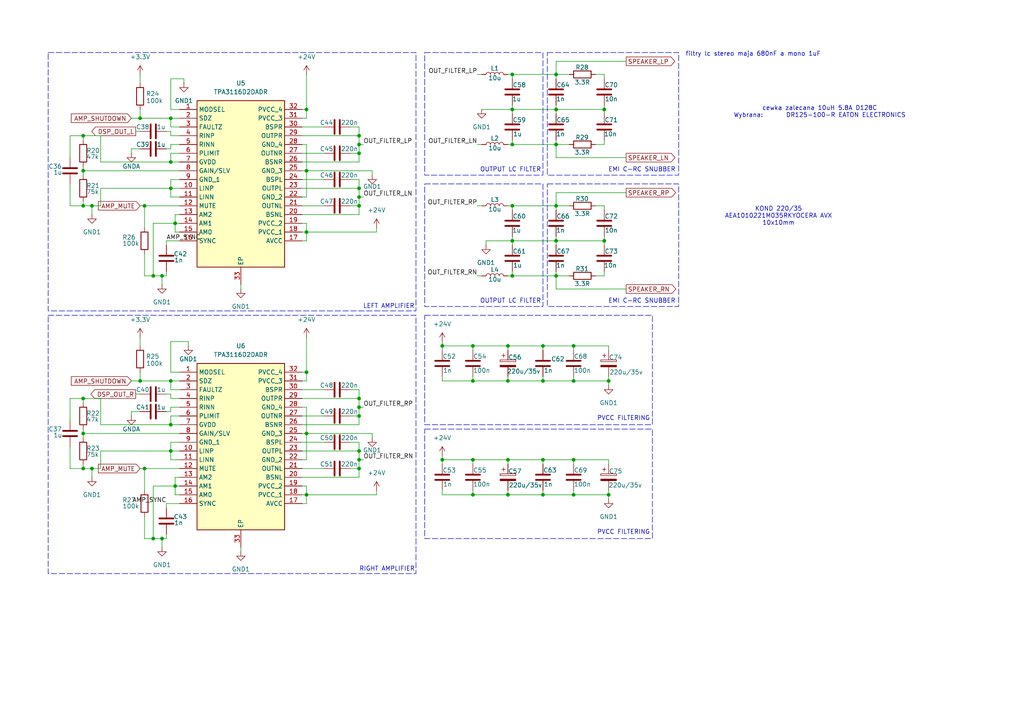
<source format=kicad_sch>
(kicad_sch (version 20231120) (generator "eeschema") (generator_version "8.0")
  (paper "A4")
  (lib_symbols
    (symbol "Device:C" (pin_numbers hide) (pin_names (offset 0.254))
      (property "Reference" "C" (at 0.635 2.54 0))
      (property "Value" "C" (at 0.635 -2.54 0))
      (symbol "C_0_1"
        (polyline (pts (xy -2.032 -0.762) (xy 2.032 -0.762)) (stroke (width 0.508)))
        (polyline (pts (xy -2.032 0.762) (xy 2.032 0.762)) (stroke (width 0.508)))
      )
      (symbol "C_1_1"
        (pin passive line (at 0 3.81 270) (length 2.794) (name "~") (number "1"))
        (pin passive line (at 0 -3.81 90) (length 2.794) (name "~") (number "2"))
      )
    )
    (symbol "Device:C_Polarized" (pin_numbers hide) (pin_names (offset 0.254))
      (property "Reference" "C" (at 0.635 2.54 0))
      (property "Value" "C_Polarized" (at 0.635 -2.54 0))
      (symbol "C_Polarized_0_1"
        (rectangle (start -2.286 0.508) (end 2.286 1.016))
        (polyline (pts (xy -1.778 2.286) (xy -0.762 2.286)))
        (polyline (pts (xy -1.27 2.794) (xy -1.27 1.778)))
        (rectangle (start 2.286 -0.508) (end -2.286 -1.016) (fill (type outline)))
      )
      (symbol "C_Polarized_1_1"
        (pin passive line (at 0 3.81 270) (length 2.794) (name "~") (number "1"))
        (pin passive line (at 0 -3.81 90) (length 2.794) (name "~") (number "2"))
      )
    )
    (symbol "Device:L" (pin_numbers hide) (pin_names (offset 1.016) hide)
      (property "Reference" "L" (at -1.27 0 90))
      (property "Value" "L" (at 1.905 0 90))
      (symbol "L_0_1"
        (arc (start 0 -2.54) (mid 0.6323 -1.905) (end 0 -1.27))
        (arc (start 0 -1.27) (mid 0.6323 -0.635) (end 0 0))
        (arc (start 0 0) (mid 0.6323 0.635) (end 0 1.27))
        (arc (start 0 1.27) (mid 0.6323 1.905) (end 0 2.54))
      )
      (symbol "L_1_1"
        (pin passive line (at 0 3.81 270) (length 1.27) (name "1") (number "1"))
        (pin passive line (at 0 -3.81 90) (length 1.27) (name "2") (number "2"))
      )
    )
    (symbol "Device:R" (pin_numbers hide) (pin_names (offset 0))
      (property "Reference" "R" (at 2.032 0 90))
      (property "Value" "R" (at 0 0 90))
      (symbol "R_0_1"
        (rectangle (start -1.016 -2.54) (end 1.016 2.54) (stroke (width 0.254)))
      )
      (symbol "R_1_1"
        (pin passive line (at 0 3.81 270) (length 1.27) (name "~") (number "1"))
        (pin passive line (at 0 -3.81 90) (length 1.27) (name "~") (number "2"))
      )
    )
    (symbol "TPA3116D2DADR:TPA3116D2DADR"
      (property "Reference" "IC" (at 31.75 7.62 0))
      (property "Value" "TPA3116D2DADR" (at 31.75 5.08 0))
      (symbol "TPA3116D2DADR_1_1"
        (rectangle (start 5.08 2.54) (end 30.48 -45.72) (stroke (width 0.254)) (fill (type background)))
        (pin passive line (at 0 0 0) (length 5.08) (name "MODSEL") (number "1"))
        (pin passive line (at 0 -22.86 0) (length 5.08) (name "LINP") (number "10"))
        (pin passive line (at 0 -25.4 0) (length 5.08) (name "LINN") (number "11"))
        (pin passive line (at 0 -27.94 0) (length 5.08) (name "MUTE") (number "12"))
        (pin passive line (at 0 -30.48 0) (length 5.08) (name "AM2") (number "13"))
        (pin passive line (at 0 -33.02 0) (length 5.08) (name "AM1") (number "14"))
        (pin passive line (at 0 -35.56 0) (length 5.08) (name "AM0") (number "15"))
        (pin passive line (at 0 -38.1 0) (length 5.08) (name "SYNC") (number "16"))
        (pin passive line (at 35.56 -38.1 180) (length 5.08) (name "AVCC") (number "17"))
        (pin passive line (at 35.56 -35.56 180) (length 5.08) (name "PVCC_1") (number "18"))
        (pin passive line (at 35.56 -33.02 180) (length 5.08) (name "PVCC_2") (number "19"))
        (pin passive line (at 0 -2.54 0) (length 5.08) (name "SDZ") (number "2"))
        (pin passive line (at 35.56 -30.48 180) (length 5.08) (name "BSNL") (number "20"))
        (pin passive line (at 35.56 -27.94 180) (length 5.08) (name "OUTNL") (number "21"))
        (pin passive line (at 35.56 -25.4 180) (length 5.08) (name "GND_2") (number "22"))
        (pin passive line (at 35.56 -22.86 180) (length 5.08) (name "OUTPL") (number "23"))
        (pin passive line (at 35.56 -20.32 180) (length 5.08) (name "BSPL") (number "24"))
        (pin passive line (at 35.56 -17.78 180) (length 5.08) (name "GND_3") (number "25"))
        (pin passive line (at 35.56 -15.24 180) (length 5.08) (name "BSNR") (number "26"))
        (pin passive line (at 35.56 -12.7 180) (length 5.08) (name "OUTNR") (number "27"))
        (pin passive line (at 35.56 -10.16 180) (length 5.08) (name "GND_4") (number "28"))
        (pin passive line (at 35.56 -7.62 180) (length 5.08) (name "OUTPR") (number "29"))
        (pin passive line (at 0 -5.08 0) (length 5.08) (name "FAULTZ") (number "3"))
        (pin passive line (at 35.56 -5.08 180) (length 5.08) (name "BSPR") (number "30"))
        (pin passive line (at 35.56 -2.54 180) (length 5.08) (name "PVCC_3") (number "31"))
        (pin passive line (at 35.56 0 180) (length 5.08) (name "PVCC_4") (number "32"))
        (pin passive line (at 17.78 -50.8 90) (length 5.08) (name "EP") (number "33"))
        (pin passive line (at 0 -7.62 0) (length 5.08) (name "RINP") (number "4"))
        (pin passive line (at 0 -10.16 0) (length 5.08) (name "RINN") (number "5"))
        (pin passive line (at 0 -12.7 0) (length 5.08) (name "PLIMIT") (number "6"))
        (pin passive line (at 0 -15.24 0) (length 5.08) (name "GVDD") (number "7"))
        (pin passive line (at 0 -17.78 0) (length 5.08) (name "GAIN/SLV") (number "8"))
        (pin passive line (at 0 -20.32 0) (length 5.08) (name "GND_1") (number "9"))
      )
    )
    (symbol "power:+24V" (power) (pin_numbers hide) (pin_names (offset 0) hide)
      (property "Value" "+24V" (at 0 3.556 0))
      (symbol "+24V_0_1"
        (polyline (pts (xy -0.762 1.27) (xy 0 2.54)))
        (polyline (pts (xy 0 0) (xy 0 2.54)))
        (polyline (pts (xy 0 2.54) (xy 0.762 1.27)))
      )
      (symbol "+24V_1_1"
        (pin power_in line (at 0 0 90) (length 0) (name "~") (number "1"))
      )
    )
    (symbol "power:+3.3V" (power) (pin_numbers hide) (pin_names (offset 0) hide)
      (property "Value" "+3.3V" (at 0 3.556 0))
      (symbol "+3.3V_0_1"
        (polyline (pts (xy -0.762 1.27) (xy 0 2.54)))
        (polyline (pts (xy 0 0) (xy 0 2.54)))
        (polyline (pts (xy 0 2.54) (xy 0.762 1.27)))
      )
      (symbol "+3.3V_1_1"
        (pin power_in line (at 0 0 90) (length 0) (name "~") (number "1"))
      )
    )
    (symbol "power:GND1" (power) (pin_numbers hide) (pin_names (offset 0) hide)
      (property "Value" "GND1" (at 0 -3.81 0))
      (symbol "GND1_0_1"
        (polyline (pts (xy 0 0) (xy 0 -1.27) (xy 1.27 -1.27) (xy 0 -2.54) (xy -1.27 -1.27) (xy 0 -1.27)))
      )
      (symbol "GND1_1_1"
        (pin power_in line (at 0 0 270) (length 0) (name "~") (number "1"))
      )
    )
    (symbol "power:GNDA" (power) (pin_numbers hide) (pin_names (offset 0) hide)
      (property "Value" "GNDA" (at 0 -3.81 0))
      (symbol "GNDA_0_1"
        (polyline (pts (xy 0 0) (xy 0 -1.27) (xy 1.27 -1.27) (xy 0 -2.54) (xy -1.27 -1.27) (xy 0 -1.27)))
      )
      (symbol "GNDA_1_1"
        (pin power_in line (at 0 0 270) (length 0) (name "~") (number "1"))
      )
    )
  )
  (junction (at 176.53 143.51))
  (junction (at 24.13 49.53))
  (junction (at 128.27 100.33))
  (junction (at 161.29 80.01))
  (junction (at 157.48 133.35))
  (junction (at 161.29 59.69))
  (junction (at 147.32 143.51))
  (junction (at 148.59 69.85))
  (junction (at 88.9 107.95))
  (junction (at 88.9 31.75))
  (junction (at 104.14 41.91))
  (junction (at 166.37 133.35))
  (junction (at 104.14 120.65))
  (junction (at 148.59 80.01))
  (junction (at 46.99 156.21))
  (junction (at 166.37 143.51))
  (junction (at 44.45 156.21))
  (junction (at 104.14 115.57))
  (junction (at 50.8 140.97))
  (junction (at 88.9 49.53))
  (junction (at 128.27 133.35))
  (junction (at 104.14 39.37))
  (junction (at 137.16 133.35))
  (junction (at 46.99 80.01))
  (junction (at 49.53 110.49))
  (junction (at 49.53 123.19))
  (junction (at 137.16 143.51))
  (junction (at 148.59 21.59))
  (junction (at 161.29 31.75))
  (junction (at 88.9 125.73))
  (junction (at 24.13 59.69))
  (junction (at 49.53 34.29))
  (junction (at 175.26 69.85))
  (junction (at 40.64 34.29))
  (junction (at 104.14 44.45))
  (junction (at 161.29 41.91))
  (junction (at 104.14 59.69))
  (junction (at 24.13 39.37))
  (junction (at 49.53 54.61))
  (junction (at 104.14 54.61))
  (junction (at 88.9 143.51))
  (junction (at 24.13 125.73))
  (junction (at 175.26 31.75))
  (junction (at 157.48 100.33))
  (junction (at 148.59 59.69))
  (junction (at 49.53 46.99))
  (junction (at 26.67 135.89))
  (junction (at 49.53 130.81))
  (junction (at 176.53 110.49))
  (junction (at 26.67 59.69))
  (junction (at 41.91 135.89))
  (junction (at 41.91 59.69))
  (junction (at 148.59 41.91))
  (junction (at 137.16 110.49))
  (junction (at 104.14 133.35))
  (junction (at 161.29 21.59))
  (junction (at 166.37 110.49))
  (junction (at 104.14 130.81))
  (junction (at 44.45 80.01))
  (junction (at 147.32 110.49))
  (junction (at 161.29 69.85))
  (junction (at 24.13 135.89))
  (junction (at 147.32 133.35))
  (junction (at 104.14 118.11))
  (junction (at 88.9 67.31))
  (junction (at 40.64 110.49))
  (junction (at 24.13 115.57))
  (junction (at 50.8 64.77))
  (junction (at 157.48 143.51))
  (junction (at 104.14 135.89))
  (junction (at 137.16 100.33))
  (junction (at 104.14 57.15))
  (junction (at 148.59 31.75))
  (junction (at 157.48 110.49))
  (junction (at 147.32 100.33))
  (junction (at 166.37 100.33))
  (wire (pts (xy 24.13 49.53) (xy 52.07 49.53)))
  (wire (pts (xy 52.07 44.45) (xy 49.53 44.45)))
  (wire (pts (xy 128.27 110.49) (xy 137.16 110.49)))
  (wire (pts (xy 49.53 46.99) (xy 52.07 46.99)))
  (wire (pts (xy 49.53 115.57) (xy 52.07 115.57)))
  (wire (pts (xy 48.26 146.05) (xy 48.26 147.32)))
  (wire (pts (xy 147.32 100.33) (xy 157.48 100.33)))
  (wire (pts (xy 161.29 59.69) (xy 161.29 60.96)))
  (wire (pts (xy 176.53 111.76) (xy 176.53 110.49)))
  (wire (pts (xy 88.9 49.53) (xy 87.63 49.53)))
  (wire (pts (xy 49.53 119.38) (xy 49.53 118.11)))
  (wire (pts (xy 161.29 40.64) (xy 161.29 41.91)))
  (wire (pts (xy 138.43 41.91) (xy 139.7 41.91)))
  (wire (pts (xy 49.53 133.35) (xy 52.07 133.35)))
  (wire (pts (xy 52.07 128.27) (xy 49.53 128.27)))
  (wire (pts (xy 147.32 143.51) (xy 157.48 143.51)))
  (wire (pts (xy 88.9 64.77) (xy 88.9 67.31)))
  (wire (pts (xy 161.29 31.75) (xy 161.29 33.02)))
  (wire (pts (xy 39.37 114.3) (xy 40.64 114.3)))
  (wire (pts (xy 38.1 44.45) (xy 38.1 43.18)))
  (wire (pts (xy 87.63 118.11) (xy 88.9 118.11)))
  (wire (pts (xy 52.07 120.65) (xy 49.53 120.65)))
  (wire (pts (xy 148.59 69.85) (xy 161.29 69.85)))
  (wire (pts (xy 40.64 97.79) (xy 40.64 100.33)))
  (wire (pts (xy 148.59 22.86) (xy 148.59 21.59)))
  (wire (pts (xy 40.64 34.29) (xy 49.53 34.29)))
  (wire (pts (xy 147.32 109.22) (xy 147.32 110.49)))
  (wire (pts (xy 161.29 30.48) (xy 161.29 31.75)))
  (wire (pts (xy 109.22 67.31) (xy 88.9 67.31)))
  (wire (pts (xy 87.63 133.35) (xy 88.9 133.35)))
  (wire (pts (xy 175.26 30.48) (xy 175.26 31.75)))
  (wire (pts (xy 87.63 135.89) (xy 93.98 135.89)))
  (wire (pts (xy 107.95 49.53) (xy 107.95 50.8)))
  (wire (pts (xy 52.07 143.51) (xy 50.8 143.51)))
  (wire (pts (xy 49.53 57.15) (xy 52.07 57.15)))
  (wire (pts (xy 38.1 119.38) (xy 40.64 119.38)))
  (wire (pts (xy 161.29 69.85) (xy 161.29 71.12)))
  (wire (pts (xy 148.59 30.48) (xy 148.59 31.75)))
  (wire (pts (xy 181.61 17.78) (xy 161.29 17.78)))
  (wire (pts (xy 40.64 59.69) (xy 41.91 59.69)))
  (wire (pts (xy 87.63 123.19) (xy 104.14 123.19)))
  (wire (pts (xy 161.29 21.59) (xy 161.29 17.78)))
  (wire (pts (xy 128.27 142.24) (xy 128.27 143.51)))
  (wire (pts (xy 88.9 125.73) (xy 87.63 125.73)))
  (wire (pts (xy 104.14 133.35) (xy 104.14 135.89)))
  (wire (pts (xy 104.14 46.99) (xy 104.14 44.45)))
  (wire (pts (xy 104.14 115.57) (xy 104.14 113.03)))
  (wire (pts (xy 20.32 53.34) (xy 20.32 59.69)))
  (wire (pts (xy 24.13 124.46) (xy 24.13 125.73)))
  (wire (pts (xy 49.53 120.65) (xy 49.53 123.19)))
  (wire (pts (xy 104.14 113.03) (xy 101.6 113.03)))
  (wire (pts (xy 104.14 41.91) (xy 104.14 44.45)))
  (wire (pts (xy 176.53 109.22) (xy 176.53 110.49)))
  (wire (pts (xy 53.34 22.86) (xy 49.53 22.86)))
  (wire (pts (xy 138.43 59.69) (xy 139.7 59.69)))
  (wire (pts (xy 87.63 128.27) (xy 93.98 128.27)))
  (wire (pts (xy 148.59 21.59) (xy 147.32 21.59)))
  (wire (pts (xy 20.32 115.57) (xy 24.13 115.57)))
  (wire (pts (xy 87.63 138.43) (xy 104.14 138.43)))
  (wire (pts (xy 161.29 31.75) (xy 175.26 31.75)))
  (wire (pts (xy 49.53 107.95) (xy 52.07 107.95)))
  (wire (pts (xy 29.21 54.61) (xy 29.21 59.69)))
  (wire (pts (xy 147.32 133.35) (xy 157.48 133.35)))
  (wire (pts (xy 128.27 132.08) (xy 128.27 133.35)))
  (wire (pts (xy 20.32 129.54) (xy 20.32 135.89)))
  (wire (pts (xy 49.53 128.27) (xy 49.53 130.81)))
  (wire (pts (xy 140.97 69.85) (xy 140.97 71.12)))
  (wire (pts (xy 161.29 78.74) (xy 161.29 80.01)))
  (wire (pts (xy 49.53 110.49) (xy 49.53 113.03)))
  (wire (pts (xy 166.37 133.35) (xy 176.53 133.35)))
  (wire (pts (xy 88.9 69.85) (xy 87.63 69.85)))
  (wire (pts (xy 161.29 68.58) (xy 161.29 69.85)))
  (wire (pts (xy 24.13 135.89) (xy 26.67 135.89)))
  (wire (pts (xy 157.48 143.51) (xy 166.37 143.51)))
  (wire (pts (xy 148.59 21.59) (xy 161.29 21.59)))
  (wire (pts (xy 166.37 100.33) (xy 166.37 101.6)))
  (wire (pts (xy 104.14 41.91) (xy 105.41 41.91)))
  (wire (pts (xy 29.21 123.19) (xy 29.21 115.57)))
  (wire (pts (xy 26.67 59.69) (xy 26.67 62.23)))
  (wire (pts (xy 46.99 82.55) (xy 46.99 80.01)))
  (wire (pts (xy 88.9 110.49) (xy 87.63 110.49)))
  (wire (pts (xy 148.59 60.96) (xy 148.59 59.69)))
  (wire (pts (xy 38.1 120.65) (xy 38.1 119.38)))
  (wire (pts (xy 87.63 115.57) (xy 104.14 115.57)))
  (wire (pts (xy 88.9 49.53) (xy 107.95 49.53)))
  (wire (pts (xy 52.07 110.49) (xy 49.53 110.49)))
  (wire (pts (xy 138.43 21.59) (xy 139.7 21.59)))
  (wire (pts (xy 49.53 54.61) (xy 49.53 57.15)))
  (wire (pts (xy 87.63 67.31) (xy 88.9 67.31)))
  (wire (pts (xy 20.32 59.69) (xy 24.13 59.69)))
  (wire (pts (xy 137.16 100.33) (xy 137.16 101.6)))
  (wire (pts (xy 44.45 80.01) (xy 46.99 80.01)))
  (wire (pts (xy 104.14 115.57) (xy 104.14 118.11)))
  (wire (pts (xy 88.9 146.05) (xy 87.63 146.05)))
  (wire (pts (xy 148.59 31.75) (xy 148.59 33.02)))
  (wire (pts (xy 24.13 59.69) (xy 24.13 58.42)))
  (wire (pts (xy 161.29 21.59) (xy 165.1 21.59)))
  (wire (pts (xy 181.61 83.82) (xy 161.29 83.82)))
  (wire (pts (xy 161.29 21.59) (xy 161.29 22.86)))
  (wire (pts (xy 52.07 138.43) (xy 50.8 138.43)))
  (wire (pts (xy 109.22 67.31) (xy 109.22 66.04)))
  (wire (pts (xy 49.53 39.37) (xy 52.07 39.37)))
  (wire (pts (xy 88.9 97.79) (xy 88.9 107.95)))
  (wire (pts (xy 40.64 31.75) (xy 40.64 34.29)))
  (wire (pts (xy 104.14 54.61) (xy 104.14 57.15)))
  (wire (pts (xy 49.53 113.03) (xy 52.07 113.03)))
  (wire (pts (xy 140.97 69.85) (xy 148.59 69.85)))
  (wire (pts (xy 49.53 31.75) (xy 52.07 31.75)))
  (wire (pts (xy 26.67 59.69) (xy 29.21 59.69)))
  (wire (pts (xy 161.29 45.72) (xy 161.29 41.91)))
  (wire (pts (xy 87.63 62.23) (xy 104.14 62.23)))
  (wire (pts (xy 48.26 154.94) (xy 48.26 156.21)))
  (wire (pts (xy 157.48 133.35) (xy 166.37 133.35)))
  (wire (pts (xy 24.13 39.37) (xy 29.21 39.37)))
  (wire (pts (xy 147.32 100.33) (xy 147.32 101.6)))
  (wire (pts (xy 87.63 140.97) (xy 88.9 140.97)))
  (wire (pts (xy 88.9 67.31) (xy 88.9 69.85)))
  (wire (pts (xy 101.6 135.89) (xy 104.14 135.89)))
  (wire (pts (xy 50.8 140.97) (xy 44.45 140.97)))
  (wire (pts (xy 104.14 130.81) (xy 104.14 128.27)))
  (wire (pts (xy 161.29 41.91) (xy 165.1 41.91)))
  (wire (pts (xy 41.91 135.89) (xy 52.07 135.89)))
  (wire (pts (xy 87.63 44.45) (xy 93.98 44.45)))
  (wire (pts (xy 157.48 100.33) (xy 157.48 101.6)))
  (wire (pts (xy 88.9 143.51) (xy 88.9 146.05)))
  (wire (pts (xy 148.59 59.69) (xy 161.29 59.69)))
  (wire (pts (xy 157.48 133.35) (xy 157.48 134.62)))
  (wire (pts (xy 172.72 80.01) (xy 175.26 80.01)))
  (wire (pts (xy 107.95 125.73) (xy 107.95 127)))
  (wire (pts (xy 88.9 110.49) (xy 88.9 107.95)))
  (wire (pts (xy 41.91 80.01) (xy 44.45 80.01)))
  (wire (pts (xy 88.9 125.73) (xy 107.95 125.73)))
  (wire (pts (xy 104.14 62.23) (xy 104.14 59.69)))
  (wire (pts (xy 175.26 68.58) (xy 175.26 69.85)))
  (wire (pts (xy 24.13 39.37) (xy 24.13 40.64)))
  (wire (pts (xy 175.26 40.64) (xy 175.26 41.91)))
  (wire (pts (xy 172.72 41.91) (xy 175.26 41.91)))
  (wire (pts (xy 128.27 99.06) (xy 128.27 100.33)))
  (wire (pts (xy 52.07 41.91) (xy 49.53 41.91)))
  (wire (pts (xy 109.22 143.51) (xy 109.22 142.24)))
  (wire (pts (xy 161.29 83.82) (xy 161.29 80.01)))
  (wire (pts (xy 20.32 121.92) (xy 20.32 115.57)))
  (wire (pts (xy 40.64 21.59) (xy 40.64 24.13)))
  (wire (pts (xy 88.9 41.91) (xy 88.9 49.53)))
  (wire (pts (xy 88.9 140.97) (xy 88.9 143.51)))
  (wire (pts (xy 137.16 110.49) (xy 147.32 110.49)))
  (wire (pts (xy 26.67 135.89) (xy 26.67 138.43)))
  (wire (pts (xy 87.63 120.65) (xy 93.98 120.65)))
  (wire (pts (xy 88.9 21.59) (xy 88.9 31.75)))
  (wire (pts (xy 41.91 149.86) (xy 41.91 156.21)))
  (wire (pts (xy 38.1 34.29) (xy 40.64 34.29)))
  (wire (pts (xy 139.7 31.75) (xy 148.59 31.75)))
  (wire (pts (xy 137.16 133.35) (xy 137.16 134.62)))
  (wire (pts (xy 104.14 36.83) (xy 101.6 36.83)))
  (wire (pts (xy 50.8 64.77) (xy 52.07 64.77)))
  (wire (pts (xy 148.59 68.58) (xy 148.59 69.85)))
  (wire (pts (xy 49.53 130.81) (xy 52.07 130.81)))
  (wire (pts (xy 87.63 41.91) (xy 88.9 41.91)))
  (wire (pts (xy 44.45 156.21) (xy 46.99 156.21)))
  (wire (pts (xy 128.27 100.33) (xy 137.16 100.33)))
  (wire (pts (xy 29.21 130.81) (xy 29.21 135.89)))
  (wire (pts (xy 148.59 78.74) (xy 148.59 80.01)))
  (wire (pts (xy 24.13 115.57) (xy 29.21 115.57)))
  (wire (pts (xy 40.64 110.49) (xy 49.53 110.49)))
  (wire (pts (xy 87.63 31.75) (xy 88.9 31.75)))
  (wire (pts (xy 49.53 52.07) (xy 49.53 54.61)))
  (wire (pts (xy 49.53 123.19) (xy 52.07 123.19)))
  (wire (pts (xy 181.61 55.88) (xy 161.29 55.88)))
  (wire (pts (xy 87.63 107.95) (xy 88.9 107.95)))
  (wire (pts (xy 148.59 31.75) (xy 161.29 31.75)))
  (wire (pts (xy 166.37 109.22) (xy 166.37 110.49)))
  (wire (pts (xy 87.63 39.37) (xy 104.14 39.37)))
  (wire (pts (xy 147.32 142.24) (xy 147.32 143.51)))
  (wire (pts (xy 49.53 130.81) (xy 49.53 133.35)))
  (wire (pts (xy 104.14 54.61) (xy 104.14 52.07)))
  (wire (pts (xy 87.63 36.83) (xy 93.98 36.83)))
  (wire (pts (xy 40.64 135.89) (xy 41.91 135.89)))
  (wire (pts (xy 166.37 100.33) (xy 176.53 100.33)))
  (wire (pts (xy 104.14 57.15) (xy 105.41 57.15)))
  (wire (pts (xy 104.14 123.19) (xy 104.14 120.65)))
  (wire (pts (xy 50.8 64.77) (xy 44.45 64.77)))
  (wire (pts (xy 29.21 123.19) (xy 49.53 123.19)))
  (wire (pts (xy 49.53 36.83) (xy 52.07 36.83)))
  (wire (pts (xy 128.27 100.33) (xy 128.27 101.6)))
  (wire (pts (xy 29.21 46.99) (xy 29.21 39.37)))
  (wire (pts (xy 148.59 59.69) (xy 147.32 59.69)))
  (wire (pts (xy 87.63 59.69) (xy 93.98 59.69)))
  (wire (pts (xy 87.63 54.61) (xy 104.14 54.61)))
  (wire (pts (xy 147.32 133.35) (xy 147.32 134.62)))
  (wire (pts (xy 52.07 118.11) (xy 49.53 118.11)))
  (wire (pts (xy 41.91 59.69) (xy 41.91 66.04)))
  (wire (pts (xy 88.9 34.29) (xy 88.9 31.75)))
  (wire (pts (xy 54.61 99.06) (xy 54.61 100.33)))
  (wire (pts (xy 176.53 100.33) (xy 176.53 101.6)))
  (wire (pts (xy 148.59 80.01) (xy 147.32 80.01)))
  (wire (pts (xy 175.26 21.59) (xy 175.26 22.86)))
  (wire (pts (xy 52.07 62.23) (xy 50.8 62.23)))
  (wire (pts (xy 41.91 59.69) (xy 52.07 59.69)))
  (wire (pts (xy 52.07 67.31) (xy 50.8 67.31)))
  (wire (pts (xy 50.8 140.97) (xy 50.8 143.51)))
  (wire (pts (xy 104.14 130.81) (xy 104.14 133.35)))
  (wire (pts (xy 157.48 142.24) (xy 157.48 143.51)))
  (wire (pts (xy 20.32 135.89) (xy 24.13 135.89)))
  (wire (pts (xy 157.48 100.33) (xy 166.37 100.33)))
  (wire (pts (xy 166.37 133.35) (xy 166.37 134.62)))
  (wire (pts (xy 52.07 69.85) (xy 48.26 69.85)))
  (wire (pts (xy 172.72 21.59) (xy 175.26 21.59)))
  (wire (pts (xy 138.43 80.01) (xy 139.7 80.01)))
  (wire (pts (xy 148.59 80.01) (xy 161.29 80.01)))
  (wire (pts (xy 87.63 64.77) (xy 88.9 64.77)))
  (wire (pts (xy 39.37 38.1) (xy 40.64 38.1)))
  (wire (pts (xy 128.27 143.51) (xy 137.16 143.51)))
  (wire (pts (xy 50.8 140.97) (xy 52.07 140.97)))
  (wire (pts (xy 175.26 31.75) (xy 175.26 33.02)))
  (wire (pts (xy 29.21 46.99) (xy 49.53 46.99)))
  (wire (pts (xy 20.32 45.72) (xy 20.32 39.37)))
  (wire (pts (xy 109.22 143.51) (xy 88.9 143.51)))
  (wire (pts (xy 101.6 59.69) (xy 104.14 59.69)))
  (wire (pts (xy 87.63 113.03) (xy 93.98 113.03)))
  (wire (pts (xy 128.27 133.35) (xy 137.16 133.35)))
  (wire (pts (xy 20.32 39.37) (xy 24.13 39.37)))
  (wire (pts (xy 49.53 34.29) (xy 49.53 36.83)))
  (wire (pts (xy 69.85 158.75) (xy 69.85 160.02)))
  (wire (pts (xy 24.13 59.69) (xy 26.67 59.69)))
  (wire (pts (xy 48.26 78.74) (xy 48.26 80.01)))
  (wire (pts (xy 53.34 22.86) (xy 53.34 24.13)))
  (wire (pts (xy 46.99 156.21) (xy 48.26 156.21)))
  (wire (pts (xy 49.53 44.45) (xy 49.53 46.99)))
  (wire (pts (xy 101.6 44.45) (xy 104.14 44.45)))
  (wire (pts (xy 48.26 43.18) (xy 49.53 43.18)))
  (wire (pts (xy 29.21 130.81) (xy 49.53 130.81)))
  (wire (pts (xy 157.48 110.49) (xy 166.37 110.49)))
  (wire (pts (xy 128.27 109.22) (xy 128.27 110.49)))
  (wire (pts (xy 137.16 100.33) (xy 147.32 100.33)))
  (wire (pts (xy 148.59 40.64) (xy 148.59 41.91)))
  (wire (pts (xy 87.63 52.07) (xy 93.98 52.07)))
  (wire (pts (xy 104.14 118.11) (xy 104.14 120.65)))
  (wire (pts (xy 46.99 158.75) (xy 46.99 156.21)))
  (wire (pts (xy 176.53 133.35) (xy 176.53 134.62)))
  (wire (pts (xy 52.07 34.29) (xy 49.53 34.29)))
  (wire (pts (xy 41.91 156.21) (xy 44.45 156.21)))
  (wire (pts (xy 104.14 39.37) (xy 104.14 36.83)))
  (wire (pts (xy 128.27 133.35) (xy 128.27 134.62)))
  (wire (pts (xy 29.21 54.61) (xy 49.53 54.61)))
  (wire (pts (xy 48.26 38.1) (xy 49.53 38.1)))
  (wire (pts (xy 101.6 120.65) (xy 104.14 120.65)))
  (wire (pts (xy 48.26 69.85) (xy 48.26 71.12)))
  (wire (pts (xy 161.29 69.85) (xy 175.26 69.85)))
  (wire (pts (xy 161.29 80.01) (xy 165.1 80.01)))
  (wire (pts (xy 48.26 114.3) (xy 49.53 114.3)))
  (wire (pts (xy 137.16 143.51) (xy 147.32 143.51)))
  (wire (pts (xy 49.53 99.06) (xy 49.53 107.95)))
  (wire (pts (xy 50.8 62.23) (xy 50.8 64.77)))
  (wire (pts (xy 166.37 143.51) (xy 176.53 143.51)))
  (wire (pts (xy 52.07 52.07) (xy 49.53 52.07)))
  (wire (pts (xy 148.59 41.91) (xy 147.32 41.91)))
  (wire (pts (xy 24.13 125.73) (xy 52.07 125.73)))
  (wire (pts (xy 38.1 110.49) (xy 40.64 110.49)))
  (wire (pts (xy 41.91 135.89) (xy 41.91 142.24)))
  (wire (pts (xy 44.45 140.97) (xy 44.45 156.21)))
  (wire (pts (xy 88.9 49.53) (xy 88.9 57.15)))
  (wire (pts (xy 104.14 52.07) (xy 101.6 52.07)))
  (wire (pts (xy 161.29 59.69) (xy 161.29 55.88)))
  (wire (pts (xy 104.14 133.35) (xy 105.41 133.35)))
  (wire (pts (xy 137.16 109.22) (xy 137.16 110.49)))
  (wire (pts (xy 87.63 57.15) (xy 88.9 57.15)))
  (wire (pts (xy 40.64 107.95) (xy 40.64 110.49)))
  (wire (pts (xy 157.48 109.22) (xy 157.48 110.49)))
  (wire (pts (xy 175.26 69.85) (xy 175.26 71.12)))
  (wire (pts (xy 104.14 39.37) (xy 104.14 41.91)))
  (wire (pts (xy 104.14 57.15) (xy 104.14 59.69)))
  (wire (pts (xy 49.53 54.61) (xy 52.07 54.61)))
  (wire (pts (xy 49.53 38.1) (xy 49.53 39.37)))
  (wire (pts (xy 181.61 45.72) (xy 161.29 45.72)))
  (wire (pts (xy 38.1 43.18) (xy 40.64 43.18)))
  (wire (pts (xy 87.63 130.81) (xy 104.14 130.81)))
  (wire (pts (xy 166.37 110.49) (xy 176.53 110.49)))
  (wire (pts (xy 161.29 59.69) (xy 165.1 59.69)))
  (wire (pts (xy 175.26 59.69) (xy 175.26 60.96)))
  (wire (pts (xy 24.13 135.89) (xy 24.13 134.62)))
  (wire (pts (xy 147.32 110.49) (xy 157.48 110.49)))
  (wire (pts (xy 50.8 138.43) (xy 50.8 140.97)))
  (wire (pts (xy 148.59 41.91) (xy 161.29 41.91)))
  (wire (pts (xy 48.26 119.38) (xy 49.53 119.38)))
  (wire (pts (xy 54.61 99.06) (xy 49.53 99.06)))
  (wire (pts (xy 24.13 115.57) (xy 24.13 116.84)))
  (wire (pts (xy 88.9 118.11) (xy 88.9 125.73)))
  (wire (pts (xy 88.9 34.29) (xy 87.63 34.29)))
  (wire (pts (xy 24.13 49.53) (xy 24.13 50.8)))
  (wire (pts (xy 172.72 59.69) (xy 175.26 59.69)))
  (wire (pts (xy 87.63 143.51) (xy 88.9 143.51)))
  (wire (pts (xy 24.13 125.73) (xy 24.13 127)))
  (wire (pts (xy 49.53 43.18) (xy 49.53 41.91)))
  (wire (pts (xy 87.63 46.99) (xy 104.14 46.99)))
  (wire (pts (xy 88.9 125.73) (xy 88.9 133.35)))
  (wire (pts (xy 176.53 144.78) (xy 176.53 143.51)))
  (wire (pts (xy 24.13 48.26) (xy 24.13 49.53)))
  (wire (pts (xy 137.16 142.24) (xy 137.16 143.51)))
  (wire (pts (xy 176.53 142.24) (xy 176.53 143.51)))
  (wire (pts (xy 49.53 22.86) (xy 49.53 31.75)))
  (wire (pts (xy 104.14 138.43) (xy 104.14 135.89)))
  (wire (pts (xy 49.53 114.3) (xy 49.53 115.57)))
  (wire (pts (xy 52.07 146.05) (xy 48.26 146.05)))
  (wire (pts (xy 41.91 73.66) (xy 41.91 80.01)))
  (wire (pts (xy 69.85 82.55) (xy 69.85 83.82)))
  (wire (pts (xy 46.99 80.01) (xy 48.26 80.01)))
  (wire (pts (xy 137.16 133.35) (xy 147.32 133.35)))
  (wire (pts (xy 175.26 78.74) (xy 175.26 80.01)))
  (wire (pts (xy 104.14 118.11) (xy 105.41 118.11)))
  (wire (pts (xy 26.67 135.89) (xy 29.21 135.89)))
  (wire (pts (xy 166.37 142.24) (xy 166.37 143.51)))
  (wire (pts (xy 148.59 69.85) (xy 148.59 71.12)))
  (wire (pts (xy 50.8 64.77) (xy 50.8 67.31)))
  (wire (pts (xy 104.14 128.27) (xy 101.6 128.27)))
  (wire (pts (xy 44.45 64.77) (xy 44.45 80.01)))
  (rectangle (start 123.19 124.46) (end 189.23 156.21) (stroke (width 0) (type dash)))
  (rectangle (start 13.97 91.44) (end 120.65 166.37) (stroke (width 0) (type dash)))
  (rectangle (start 158.75 15.24) (end 196.85 50.8) (stroke (width 0) (type dash)))
  (rectangle (start 123.19 53.34) (end 157.48 88.9) (stroke (width 0) (type dash)))
  (rectangle (start 123.19 91.44) (end 189.23 123.19) (stroke (width 0) (type dash)))
  (rectangle (start 158.75 53.34) (end 196.85 88.9) (stroke (width 0) (type dash)))
  (rectangle (start 13.97 15.24) (end 120.65 90.17) (stroke (width 0) (type dash)))
  (rectangle (start 123.19 15.24) (end 157.48 50.8) (stroke (width 0) (type dash)))
  (text "PVCC FILTERING" (at 180.848 154.432 0) (effects (font (size 1.27 1.27))))
  (text "EMI C-RC SNUBBER" (at 186.182 87.376 0) (effects (font (size 1.27 1.27))))
  (text "RIGHT AMPLIFIER\n" (at 112.268 165.1 0) (effects (font (size 1.27 1.27))))
  (text "filtry lc stereo maja 680nF a mono 1uF" (at 218.44 15.748 0) (effects (font (size 1.27 1.27))))
  (text "PVCC FILTERING" (at 180.848 121.412 0) (effects (font (size 1.27 1.27))))
  (text "EMI C-RC SNUBBER" (at 186.182 49.276 0) (effects (font (size 1.27 1.27))))
  (text "OUTPUT LC FILTER" (at 148.082 49.276 0) (effects (font (size 1.27 1.27))))
  (text "cewka zalecana 10uH 5.8A D128C\nWybrana:       DR125-100-R EATON ELECTRONICS" (at 237.744 32.512 0) (effects (font (size 1.27 1.27))))
  (text "LEFT AMPLIFIER\n" (at 112.776 88.9 0) (effects (font (size 1.27 1.27))))
  (text "KOND 220/35\nAEA1010221M035RKYOCERA AVX\n10x10mm" (at 225.806 62.738 0) (effects (font (size 1.27 1.27))))
  (text "OUTPUT LC FILTER" (at 148.082 87.376 0) (effects (font (size 1.27 1.27))))
  (label "AMP_SYNC" (at 48.26 146.05 180))
  (label "OUT_FILTER_RN" (at 138.43 80.01 180))
  (label "OUT_FILTER_RN" (at 105.41 133.35 0))
  (label "OUT_FILTER_LP" (at 105.41 41.91 0))
  (label "OUT_FILTER_RP" (at 105.41 118.11 0))
  (label "OUT_FILTER_RP" (at 138.43 59.69 180))
  (label "OUT_FILTER_LN" (at 105.41 57.15 0))
  (label "AMP_SYNC" (at 48.26 69.85 0))
  (label "OUT_FILTER_LP" (at 138.43 21.59 180))
  (label "OUT_FILTER_LN" (at 138.43 41.91 180))
  (global_label "AMP_MUTE" (shape input) (at 40.64 135.89 180) (property "Intersheetrefs" "${INTERSHEET_REFS}" (effects (hide yes))))
  (global_label "SPEAKER_RP" (shape output) (at 181.61 55.88 0) (property "Intersheetrefs" "${INTERSHEET_REFS}" (effects (hide yes))))
  (global_label "SPEAKER_RN" (shape output) (at 181.61 83.82 0) (property "Intersheetrefs" "${INTERSHEET_REFS}" (effects (hide yes))))
  (global_label "SPEAKER_LN" (shape output) (at 181.61 45.72 0) (property "Intersheetrefs" "${INTERSHEET_REFS}" (effects (hide yes))))
  (global_label "SPEAKER_LP" (shape output) (at 181.61 17.78 0) (property "Intersheetrefs" "${INTERSHEET_REFS}" (effects (hide yes))))
  (global_label "AMP_MUTE" (shape input) (at 40.64 59.69 180) (property "Intersheetrefs" "${INTERSHEET_REFS}" (effects (hide yes))))
  (global_label "AMP_SHUTDOWN" (shape input) (at 38.1 110.49 180) (property "Intersheetrefs" "${INTERSHEET_REFS}" (effects (hide yes))))
  (global_label "DSP_OUT_R" (shape output) (at 39.37 114.3 180) (property "Intersheetrefs" "${INTERSHEET_REFS}" (effects (hide yes))))
  (global_label "AMP_SHUTDOWN" (shape input) (at 38.1 34.29 180) (property "Intersheetrefs" "${INTERSHEET_REFS}" (effects (hide yes))))
  (global_label "DSP_OUT_L" (shape output) (at 39.37 38.1 180) (property "Intersheetrefs" "${INTERSHEET_REFS}" (effects (hide yes))))
  (symbol (lib_id "power:GND1") (at 26.67 138.43 0) (unit 1)
    (property "Reference" "#PWR051" (effects (hide yes)))
    (property "Value" "GND1" (at 26.67 143.51 0))
    (property "Description" "Power symbol creates a global label with name \"GND1\" , ground" (effects (hide yes)))
  )
  (symbol (lib_id "Device:C") (at 20.32 125.73 0) (unit 1)
    (property "Reference" "C37" (at 16.002 124.46 0))
    (property "Value" "1u" (at 16.764 126.238 0))
    (property "Footprint" "Capacitor_SMD:C_0603_1608Metric_Pad1.08x0.95mm_HandSolder" (effects (hide yes)))
    (property "Description" "Unpolarized capacitor" (effects (hide yes)))
  )
  (symbol (lib_id "power:GND1") (at 46.99 82.55 0) (unit 1)
    (property "Reference" "#PWR056" (effects (hide yes)))
    (property "Value" "GND1" (at 46.99 87.63 0))
    (property "Description" "Power symbol creates a global label with name \"GND1\" , ground" (effects (hide yes)))
  )
  (symbol (lib_id "Device:C") (at 161.29 26.67 0) (unit 1)
    (property "Reference" "C64" (at 163.322 24.638 0))
    (property "Value" "1n" (at 162.56 28.702 0))
    (property "Footprint" "Capacitor_SMD:C_0603_1608Metric_Pad1.08x0.95mm_HandSolder" (effects (hide yes)))
    (property "Description" "Unpolarized capacitor" (effects (hide yes)))
  )
  (symbol (lib_id "Device:C") (at 137.16 138.43 0) (unit 1)
    (property "Reference" "C55" (at 139.192 136.398 0))
    (property "Value" "100n" (at 139.7 140.462 0))
    (property "Footprint" "Capacitor_SMD:C_0603_1608Metric_Pad1.08x0.95mm_HandSolder" (effects (hide yes)))
    (property "Description" "Unpolarized capacitor" (effects (hide yes)))
  )
  (symbol (lib_id "power:GND1") (at 140.97 71.12 0) (unit 1)
    (property "Reference" "#PWR071" (effects (hide yes)))
    (property "Value" "GND1" (at 140.97 76.2 0))
    (property "Description" "Power symbol creates a global label with name \"GND1\" , ground" (effects (hide yes)))
  )
  (symbol (lib_id "Device:C_Polarized") (at 176.53 105.41 0) (unit 1)
    (property "Reference" "C74" (at 178.562 103.632 0))
    (property "Value" "220u/35v" (at 181.61 107.95 0))
    (property "Footprint" "Capacitor_SMD:CP_Elec_10x10" (effects (hide yes)))
    (property "Description" "Polarized capacitor" (effects (hide yes)))
  )
  (symbol (lib_id "Device:C") (at 97.79 135.89 270) (unit 1)
    (property "Reference" "C51" (at 94.742 134.62 90))
    (property "Value" "220n" (at 101.346 134.62 90))
    (property "Footprint" "Capacitor_SMD:C_0603_1608Metric_Pad1.08x0.95mm_HandSolder" (effects (hide yes)))
    (property "Description" "Unpolarized capacitor" (effects (hide yes)))
  )
  (symbol (lib_id "Device:C") (at 148.59 26.67 0) (unit 1)
    (property "Reference" "C58" (at 150.622 24.638 0))
    (property "Value" "1u" (at 149.86 28.702 0))
    (property "Footprint" "Capacitor_SMD:C_0603_1608Metric_Pad1.08x0.95mm_HandSolder" (effects (hide yes)))
    (property "Description" "Unpolarized capacitor" (effects (hide yes)))
  )
  (symbol (lib_id "Device:C") (at 161.29 36.83 0) (unit 1)
    (property "Reference" "C65" (at 163.322 34.798 0))
    (property "Value" "1n" (at 162.56 38.862 0))
    (property "Footprint" "Capacitor_SMD:C_0603_1608Metric_Pad1.08x0.95mm_HandSolder" (effects (hide yes)))
    (property "Description" "Unpolarized capacitor" (effects (hide yes)))
  )
  (symbol (lib_id "power:+24V") (at 88.9 21.59 0) (unit 1)
    (property "Reference" "#PWR062" (effects (hide yes)))
    (property "Value" "+24V" (at 88.9 16.51 0))
    (property "Description" "Power symbol creates a global label with name \"+24V\"" (effects (hide yes)))
  )
  (symbol (lib_id "Device:C_Polarized") (at 147.32 105.41 0) (unit 1)
    (property "Reference" "C56" (at 149.352 103.632 0))
    (property "Value" "220u/35v" (at 151.892 107.696 0))
    (property "Footprint" "Capacitor_SMD:CP_Elec_10x10" (effects (hide yes)))
    (property "Description" "Polarized capacitor" (effects (hide yes)))
  )
  (symbol (lib_id "Device:R") (at 168.91 41.91 270) (unit 1)
    (property "Reference" "R29" (at 166.878 39.878 90) (effects (justify left)))
    (property "Value" "3.3R" (at 166.624 44.196 90) (effects (justify left)))
    (property "Footprint" "Resistor_SMD:R_0603_1608Metric_Pad0.98x0.95mm_HandSolder" (effects (hide yes)))
    (property "Description" "Resistor" (effects (hide yes)))
  )
  (symbol (lib_id "Device:L") (at 143.51 80.01 90) (unit 1)
    (property "Reference" "L4" (at 143.51 78.232 90))
    (property "Value" "10u" (at 143.51 81.026 90))
    (property "Footprint" "SkrzpkAmpLibs:DR127-100-R" (effects (hide yes)))
    (property "Description" "Inductor" (effects (hide yes)))
  )
  (symbol (lib_id "Device:C") (at 48.26 74.93 0) (unit 1)
    (property "Reference" "C42" (at 52.324 73.66 0))
    (property "Value" "1n" (at 51.816 75.438 0))
    (property "Footprint" "Capacitor_SMD:C_0603_1608Metric_Pad1.08x0.95mm_HandSolder" (effects (hide yes)))
    (property "Description" "Unpolarized capacitor" (effects (hide yes)))
  )
  (symbol (lib_id "TPA3116D2DADR:TPA3116D2DADR") (at 52.07 31.75 0) (unit 1)
    (property "Reference" "U5" (at 69.85 24.13 0))
    (property "Value" "TPA3116D2DADR" (at 69.85 26.67 0))
    (property "Footprint" "tpa3116:SOP65P810X120-33N" (effects (hide yes)))
    (property "Datasheet" "http://www.ti.com/lit/gpn/tpa3116d2" (effects (hide yes)))
    (property "Description" "50-W Stereo (BTL) Class-D Audio Amp w/ SpeakerGuard" (effects (hide yes)))
    (property "Height" "1.2" (effects (hide yes)))
    (property "Manufacturer_Name" "Texas Instruments" (effects (hide yes)))
    (property "Manufacturer_Part_Number" "TPA3116D2DADR" (effects (hide yes)))
  )
  (symbol (lib_id "power:GND1") (at 176.53 111.76 0) (unit 1)
    (property "Reference" "#PWR072" (effects (hide yes)))
    (property "Value" "GND1" (at 176.53 116.84 0))
    (property "Description" "Power symbol creates a global label with name \"GND1\" , ground" (effects (hide yes)))
  )
  (symbol (lib_id "power:GNDA") (at 38.1 120.65 0) (unit 1)
    (property "Reference" "#PWR053" (effects (hide yes)))
    (property "Value" "GNDA" (at 38.1 124.46 0))
    (property "Description" "Power symbol creates a global label with name \"GNDA\" , analog ground" (effects (hide yes)))
  )
  (symbol (lib_id "Device:L") (at 143.51 59.69 90) (unit 1)
    (property "Reference" "L3" (at 143.51 57.912 90))
    (property "Value" "10u" (at 143.51 60.706 90))
    (property "Footprint" "SkrzpkAmpLibs:DR127-100-R" (effects (hide yes)))
    (property "Description" "Inductor" (effects (hide yes)))
  )
  (symbol (lib_id "Device:C") (at 166.37 105.41 0) (unit 1)
    (property "Reference" "C68" (at 168.402 103.378 0))
    (property "Value" "100n" (at 168.91 107.442 0))
    (property "Footprint" "Capacitor_SMD:C_0603_1608Metric_Pad1.08x0.95mm_HandSolder" (effects (hide yes)))
    (property "Description" "Unpolarized capacitor" (effects (hide yes)))
  )
  (symbol (lib_id "power:GND1") (at 107.95 50.8 0) (unit 1)
    (property "Reference" "#PWR064" (effects (hide yes)))
    (property "Value" "GND1" (at 107.95 54.102 0))
    (property "Description" "Power symbol creates a global label with name \"GND1\" , ground" (effects (hide yes)))
  )
  (symbol (lib_id "Device:C") (at 137.16 105.41 0) (unit 1)
    (property "Reference" "C54" (at 139.192 103.378 0))
    (property "Value" "100n" (at 139.7 107.442 0))
    (property "Footprint" "Capacitor_SMD:C_0603_1608Metric_Pad1.08x0.95mm_HandSolder" (effects (hide yes)))
    (property "Description" "Unpolarized capacitor" (effects (hide yes)))
  )
  (symbol (lib_id "power:GND1") (at 54.61 100.33 0) (unit 1)
    (property "Reference" "#PWR059" (effects (hide yes)))
    (property "Value" "GND1" (at 54.61 104.14 0))
    (property "Description" "Power symbol creates a global label with name \"GND1\" , ground" (effects (hide yes)))
  )
  (symbol (lib_id "Device:L") (at 143.51 41.91 90) (unit 1)
    (property "Reference" "L2" (at 143.51 40.132 90))
    (property "Value" "10u" (at 143.51 42.926 90))
    (property "Footprint" "SkrzpkAmpLibs:DR127-100-R" (effects (hide yes)))
    (property "Description" "Inductor" (effects (hide yes)))
  )
  (symbol (lib_id "Device:C") (at 175.26 26.67 0) (unit 1)
    (property "Reference" "C70" (at 177.292 24.638 0))
    (property "Value" "10n" (at 177.292 28.702 0))
    (property "Footprint" "Capacitor_SMD:C_0603_1608Metric_Pad1.08x0.95mm_HandSolder" (effects (hide yes)))
    (property "Description" "Unpolarized capacitor" (effects (hide yes)))
  )
  (symbol (lib_id "Device:C") (at 157.48 138.43 0) (unit 1)
    (property "Reference" "C63" (at 159.512 136.398 0))
    (property "Value" "1n" (at 159.004 140.462 0))
    (property "Footprint" "Capacitor_SMD:C_0603_1608Metric_Pad1.08x0.95mm_HandSolder" (effects (hide yes)))
    (property "Description" "Unpolarized capacitor" (effects (hide yes)))
  )
  (symbol (lib_id "power:GNDA") (at 38.1 44.45 0) (unit 1)
    (property "Reference" "#PWR052" (effects (hide yes)))
    (property "Value" "GNDA" (at 38.1 48.26 0))
    (property "Description" "Power symbol creates a global label with name \"GNDA\" , analog ground" (effects (hide yes)))
  )
  (symbol (lib_id "power:GND1") (at 176.53 144.78 0) (unit 1)
    (property "Reference" "#PWR073" (effects (hide yes)))
    (property "Value" "GND1" (at 176.53 149.86 0))
    (property "Description" "Power symbol creates a global label with name \"GND1\" , ground" (effects (hide yes)))
  )
  (symbol (lib_id "Device:C") (at 97.79 52.07 270) (unit 1)
    (property "Reference" "C46" (at 94.742 50.8 90))
    (property "Value" "220n" (at 101.346 50.8 90))
    (property "Footprint" "Capacitor_SMD:C_0603_1608Metric_Pad1.08x0.95mm_HandSolder" (effects (hide yes)))
    (property "Description" "Unpolarized capacitor" (effects (hide yes)))
  )
  (symbol (lib_id "Device:R") (at 40.64 27.94 180) (unit 1)
    (property "Reference" "R24" (at 46.228 27.178 0) (effects (justify left)))
    (property "Value" "100k" (at 47.244 29.21 0) (effects (justify left)))
    (property "Footprint" "Resistor_SMD:R_0603_1608Metric_Pad0.98x0.95mm_HandSolder" (effects (hide yes)))
    (property "Description" "Resistor" (effects (hide yes)))
  )
  (symbol (lib_id "Device:R") (at 168.91 80.01 270) (unit 1)
    (property "Reference" "R31" (at 166.878 77.978 90) (effects (justify left)))
    (property "Value" "3.3R" (at 166.624 82.296 90) (effects (justify left)))
    (property "Footprint" "Resistor_SMD:R_0603_1608Metric_Pad0.98x0.95mm_HandSolder" (effects (hide yes)))
    (property "Description" "Resistor" (effects (hide yes)))
  )
  (symbol (lib_id "power:GND1") (at 46.99 158.75 0) (unit 1)
    (property "Reference" "#PWR057" (effects (hide yes)))
    (property "Value" "GND1" (at 46.99 163.83 0))
    (property "Description" "Power symbol creates a global label with name \"GND1\" , ground" (effects (hide yes)))
  )
  (symbol (lib_id "Device:C") (at 161.29 74.93 0) (unit 1)
    (property "Reference" "C67" (at 163.322 72.898 0))
    (property "Value" "1n" (at 162.56 76.962 0))
    (property "Footprint" "Capacitor_SMD:C_0603_1608Metric_Pad1.08x0.95mm_HandSolder" (effects (hide yes)))
    (property "Description" "Unpolarized capacitor" (effects (hide yes)))
  )
  (symbol (lib_id "Device:C") (at 97.79 44.45 270) (unit 1)
    (property "Reference" "C45" (at 94.742 43.18 90))
    (property "Value" "220n" (at 101.346 43.18 90))
    (property "Footprint" "Capacitor_SMD:C_0603_1608Metric_Pad1.08x0.95mm_HandSolder" (effects (hide yes)))
    (property "Description" "Unpolarized capacitor" (effects (hide yes)))
  )
  (symbol (lib_id "Device:C") (at 97.79 120.65 270) (unit 1)
    (property "Reference" "C49" (at 94.742 119.38 90))
    (property "Value" "220n" (at 101.346 119.38 90))
    (property "Footprint" "Capacitor_SMD:C_0603_1608Metric_Pad1.08x0.95mm_HandSolder" (effects (hide yes)))
    (property "Description" "Unpolarized capacitor" (effects (hide yes)))
  )
  (symbol (lib_id "Device:C") (at 48.26 151.13 0) (unit 1)
    (property "Reference" "C43" (at 52.324 149.86 0))
    (property "Value" "1n" (at 51.816 151.638 0))
    (property "Footprint" "Capacitor_SMD:C_0603_1608Metric_Pad1.08x0.95mm_HandSolder" (effects (hide yes)))
    (property "Description" "Unpolarized capacitor" (effects (hide yes)))
  )
  (symbol (lib_id "Device:C") (at 148.59 64.77 0) (unit 1)
    (property "Reference" "C60" (at 150.622 62.738 0))
    (property "Value" "1u" (at 149.86 66.802 0))
    (property "Footprint" "Capacitor_SMD:C_0603_1608Metric_Pad1.08x0.95mm_HandSolder" (effects (hide yes)))
    (property "Description" "Unpolarized capacitor" (effects (hide yes)))
  )
  (symbol (lib_id "Device:C") (at 97.79 36.83 270) (unit 1)
    (property "Reference" "C44" (at 94.742 35.56 90))
    (property "Value" "220n" (at 101.346 35.56 90))
    (property "Footprint" "Capacitor_SMD:C_0603_1608Metric_Pad1.08x0.95mm_HandSolder" (effects (hide yes)))
    (property "Description" "Unpolarized capacitor" (effects (hide yes)))
  )
  (symbol (lib_id "Device:C") (at 166.37 138.43 0) (unit 1)
    (property "Reference" "C69" (at 168.402 136.398 0))
    (property "Value" "100n" (at 168.91 140.462 0))
    (property "Footprint" "Capacitor_SMD:C_0603_1608Metric_Pad1.08x0.95mm_HandSolder" (effects (hide yes)))
    (property "Description" "Unpolarized capacitor" (effects (hide yes)))
  )
  (symbol (lib_id "power:GND1") (at 69.85 160.02 0) (unit 1)
    (property "Reference" "#PWR061" (effects (hide yes)))
    (property "Value" "GND1" (at 69.85 165.1 0))
    (property "Description" "Power symbol creates a global label with name \"GND1\" , ground" (effects (hide yes)))
  )
  (symbol (lib_id "power:GND1") (at 107.95 127 0) (unit 1)
    (property "Reference" "#PWR065" (effects (hide yes)))
    (property "Value" "GND1" (at 107.95 130.556 0))
    (property "Description" "Power symbol creates a global label with name \"GND1\" , ground" (effects (hide yes)))
  )
  (symbol (lib_id "Device:C") (at 161.29 64.77 0) (unit 1)
    (property "Reference" "C66" (at 163.322 62.738 0))
    (property "Value" "1n" (at 162.56 66.802 0))
    (property "Footprint" "Capacitor_SMD:C_0603_1608Metric_Pad1.08x0.95mm_HandSolder" (effects (hide yes)))
    (property "Description" "Unpolarized capacitor" (effects (hide yes)))
  )
  (symbol (lib_id "Device:C") (at 97.79 113.03 270) (unit 1)
    (property "Reference" "C48" (at 94.742 111.76 90))
    (property "Value" "220n" (at 101.346 111.76 90))
    (property "Footprint" "Capacitor_SMD:C_0603_1608Metric_Pad1.08x0.95mm_HandSolder" (effects (hide yes)))
    (property "Description" "Unpolarized capacitor" (effects (hide yes)))
  )
  (symbol (lib_id "power:+24V") (at 88.9 97.79 0) (unit 1)
    (property "Reference" "#PWR063" (effects (hide yes)))
    (property "Value" "+24V" (at 88.9 92.71 0))
    (property "Description" "Power symbol creates a global label with name \"+24V\"" (effects (hide yes)))
  )
  (symbol (lib_id "Device:C") (at 175.26 36.83 0) (unit 1)
    (property "Reference" "C71" (at 177.292 34.798 0))
    (property "Value" "10n" (at 177.038 38.862 0))
    (property "Footprint" "Capacitor_SMD:C_0603_1608Metric_Pad1.08x0.95mm_HandSolder" (effects (hide yes)))
    (property "Description" "Unpolarized capacitor" (effects (hide yes)))
  )
  (symbol (lib_id "Device:C") (at 20.32 49.53 0) (unit 1)
    (property "Reference" "C36" (at 16.002 48.26 0))
    (property "Value" "1u" (at 16.764 50.038 0))
    (property "Footprint" "Capacitor_SMD:C_0603_1608Metric_Pad1.08x0.95mm_HandSolder" (effects (hide yes)))
    (property "Description" "Unpolarized capacitor" (effects (hide yes)))
  )
  (symbol (lib_id "Device:L") (at 143.51 21.59 90) (unit 1)
    (property "Reference" "L1" (at 143.51 19.812 90))
    (property "Value" "10u" (at 143.51 22.606 90))
    (property "Footprint" "SkrzpkAmpLibs:DR127-100-R" (effects (hide yes)))
    (property "Description" "Inductor" (effects (hide yes)))
  )
  (symbol (lib_id "power:+24V") (at 109.22 66.04 0) (unit 1)
    (property "Reference" "#PWR066" (effects (hide yes)))
    (property "Value" "+24V" (at 109.22 60.96 0))
    (property "Description" "Power symbol creates a global label with name \"+24V\"" (effects (hide yes)))
  )
  (symbol (lib_id "Device:C") (at 44.45 114.3 270) (unit 1)
    (property "Reference" "C40" (at 41.402 113.03 90))
    (property "Value" "1u" (at 46.736 113.03 90))
    (property "Footprint" "Capacitor_SMD:C_0603_1608Metric_Pad1.08x0.95mm_HandSolder" (effects (hide yes)))
    (property "Description" "Unpolarized capacitor" (effects (hide yes)))
  )
  (symbol (lib_id "power:+3.3V") (at 40.64 97.79 0) (unit 1)
    (property "Reference" "#PWR01" (effects (hide yes)))
    (property "Value" "+3.3V" (at 40.64 92.71 0))
    (property "Description" "Power symbol creates a global label with name \"+3.3V\"" (effects (hide yes)))
  )
  (symbol (lib_id "Device:C") (at 148.59 74.93 0) (unit 1)
    (property "Reference" "C61" (at 150.622 72.898 0))
    (property "Value" "1u" (at 150.114 76.962 0))
    (property "Footprint" "Capacitor_SMD:C_0603_1608Metric_Pad1.08x0.95mm_HandSolder" (effects (hide yes)))
    (property "Description" "Unpolarized capacitor" (effects (hide yes)))
  )
  (symbol (lib_id "Device:R") (at 40.64 104.14 180) (unit 1)
    (property "Reference" "R25" (at 46.228 103.378 0) (effects (justify left)))
    (property "Value" "100k" (at 47.244 105.41 0) (effects (justify left)))
    (property "Footprint" "Resistor_SMD:R_0603_1608Metric_Pad0.98x0.95mm_HandSolder" (effects (hide yes)))
    (property "Description" "Resistor" (effects (hide yes)))
  )
  (symbol (lib_id "TPA3116D2DADR:TPA3116D2DADR") (at 52.07 107.95 0) (unit 1)
    (property "Reference" "U6" (at 69.85 100.33 0))
    (property "Value" "TPA3116D2DADR" (at 69.85 102.87 0))
    (property "Footprint" "tpa3116:SOP65P810X120-33N" (effects (hide yes)))
    (property "Datasheet" "http://www.ti.com/lit/gpn/tpa3116d2" (effects (hide yes)))
    (property "Description" "50-W Stereo (BTL) Class-D Audio Amp w/ SpeakerGuard" (effects (hide yes)))
    (property "Height" "1.2" (effects (hide yes)))
    (property "Manufacturer_Name" "Texas Instruments" (effects (hide yes)))
    (property "Manufacturer_Part_Number" "TPA3116D2DADR" (effects (hide yes)))
  )
  (symbol (lib_id "power:+3.3V") (at 40.64 21.59 0) (unit 1)
    (property "Reference" "#PWR02" (effects (hide yes)))
    (property "Value" "+3.3V" (at 40.64 16.51 0))
    (property "Description" "Power symbol creates a global label with name \"+3.3V\"" (effects (hide yes)))
  )
  (symbol (lib_id "power:GND1") (at 53.34 24.13 0) (unit 1)
    (property "Reference" "#PWR058" (effects (hide yes)))
    (property "Value" "GND1" (at 53.34 29.21 0))
    (property "Description" "Power symbol creates a global label with name \"GND1\" , ground" (effects (hide yes)))
  )
  (symbol (lib_id "Device:C_Polarized") (at 147.32 138.43 0) (unit 1)
    (property "Reference" "C57" (at 149.352 136.652 0))
    (property "Value" "220u/35v" (at 152.4 140.716 0))
    (property "Footprint" "Capacitor_SMD:CP_Elec_10x10" (effects (hide yes)))
    (property "Description" "Polarized capacitor" (effects (hide yes)))
  )
  (symbol (lib_id "Device:C") (at 97.79 128.27 270) (unit 1)
    (property "Reference" "C50" (at 94.742 127 90))
    (property "Value" "220n" (at 101.346 127 90))
    (property "Footprint" "Capacitor_SMD:C_0603_1608Metric_Pad1.08x0.95mm_HandSolder" (effects (hide yes)))
    (property "Description" "Unpolarized capacitor" (effects (hide yes)))
  )
  (symbol (lib_id "Device:R") (at 41.91 69.85 180) (unit 1)
    (property "Reference" "R26" (at 39.37 68.834 0) (effects (justify left)))
    (property "Value" "100k" (at 40.386 70.612 0) (effects (justify left)))
    (property "Footprint" "Resistor_SMD:R_0603_1608Metric_Pad0.98x0.95mm_HandSolder" (effects (hide yes)))
    (property "Description" "Resistor" (effects (hide yes)))
  )
  (symbol (lib_id "Device:R") (at 168.91 59.69 270) (unit 1)
    (property "Reference" "R30" (at 166.878 57.658 90) (effects (justify left)))
    (property "Value" "3.3R" (at 166.624 61.976 90) (effects (justify left)))
    (property "Footprint" "Resistor_SMD:R_0603_1608Metric_Pad0.98x0.95mm_HandSolder" (effects (hide yes)))
    (property "Description" "Resistor" (effects (hide yes)))
  )
  (symbol (lib_id "power:GND1") (at 139.7 31.75 0) (unit 1)
    (property "Reference" "#PWR070" (effects (hide yes)))
    (property "Value" "GND1" (at 139.7 36.83 0))
    (property "Description" "Power symbol creates a global label with name \"GND1\" , ground" (effects (hide yes)))
  )
  (symbol (lib_id "power:GND1") (at 26.67 62.23 0) (unit 1)
    (property "Reference" "#PWR050" (effects (hide yes)))
    (property "Value" "GND1" (at 26.67 67.31 0))
    (property "Description" "Power symbol creates a global label with name \"GND1\" , ground" (effects (hide yes)))
  )
  (symbol (lib_id "Device:C") (at 97.79 59.69 270) (unit 1)
    (property "Reference" "C47" (at 94.742 58.42 90))
    (property "Value" "220n" (at 101.346 58.42 90))
    (property "Footprint" "Capacitor_SMD:C_0603_1608Metric_Pad1.08x0.95mm_HandSolder" (effects (hide yes)))
    (property "Description" "Unpolarized capacitor" (effects (hide yes)))
  )
  (symbol (lib_id "power:+24V") (at 109.22 142.24 0) (unit 1)
    (property "Reference" "#PWR067" (effects (hide yes)))
    (property "Value" "+24V" (at 109.22 137.16 0))
    (property "Description" "Power symbol creates a global label with name \"+24V\"" (effects (hide yes)))
  )
  (symbol (lib_id "Device:R") (at 24.13 120.65 180) (unit 1)
    (property "Reference" "R22" (at 28.956 119.888 0) (effects (justify left)))
    (property "Value" "47k" (at 28.702 121.666 0) (effects (justify left)))
    (property "Footprint" "Resistor_SMD:R_0603_1608Metric_Pad0.98x0.95mm_HandSolder" (effects (hide yes)))
    (property "Description" "Resistor" (effects (hide yes)))
  )
  (symbol (lib_id "Device:C") (at 44.45 43.18 270) (unit 1)
    (property "Reference" "C39" (at 41.402 41.91 90))
    (property "Value" "1u" (at 46.736 41.91 90))
    (property "Footprint" "Capacitor_SMD:C_0603_1608Metric_Pad1.08x0.95mm_HandSolder" (effects (hide yes)))
    (property "Description" "Unpolarized capacitor" (effects (hide yes)))
  )
  (symbol (lib_id "Device:R") (at 41.91 146.05 180) (unit 1)
    (property "Reference" "R27" (at 39.37 145.034 0) (effects (justify left)))
    (property "Value" "100k" (at 40.386 146.812 0) (effects (justify left)))
    (property "Footprint" "Resistor_SMD:R_0603_1608Metric_Pad0.98x0.95mm_HandSolder" (effects (hide yes)))
    (property "Description" "Resistor" (effects (hide yes)))
  )
  (symbol (lib_id "Device:C_Polarized") (at 176.53 138.43 0) (unit 1)
    (property "Reference" "C75" (at 178.562 136.652 0))
    (property "Value" "220u/35v" (at 181.356 140.716 0))
    (property "Footprint" "Capacitor_SMD:CP_Elec_10x10" (effects (hide yes)))
    (property "Description" "Polarized capacitor" (effects (hide yes)))
  )
  (symbol (lib_id "Device:C") (at 157.48 105.41 0) (unit 1)
    (property "Reference" "C62" (at 161.798 104.14 0))
    (property "Value" "1n" (at 159.004 107.442 0))
    (property "Footprint" "Capacitor_SMD:C_0603_1608Metric_Pad1.08x0.95mm_HandSolder" (effects (hide yes)))
    (property "Description" "Unpolarized capacitor" (effects (hide yes)))
  )
  (symbol (lib_id "Device:C") (at 44.45 119.38 270) (unit 1)
    (property "Reference" "C41" (at 41.402 118.11 90))
    (property "Value" "1u" (at 46.736 118.11 90))
    (property "Footprint" "Capacitor_SMD:C_0603_1608Metric_Pad1.08x0.95mm_HandSolder" (effects (hide yes)))
    (property "Description" "Unpolarized capacitor" (effects (hide yes)))
  )
  (symbol (lib_id "Device:R") (at 168.91 21.59 270) (unit 1)
    (property "Reference" "R28" (at 166.878 19.558 90) (effects (justify left)))
    (property "Value" "3.3R" (at 166.624 23.876 90) (effects (justify left)))
    (property "Footprint" "Resistor_SMD:R_0603_1608Metric_Pad0.98x0.95mm_HandSolder" (effects (hide yes)))
    (property "Description" "Resistor" (effects (hide yes)))
  )
  (symbol (lib_id "Device:C") (at 175.26 74.93 0) (unit 1)
    (property "Reference" "C73" (at 177.292 72.898 0))
    (property "Value" "10n" (at 177.038 76.962 0))
    (property "Footprint" "Capacitor_SMD:C_0603_1608Metric_Pad1.08x0.95mm_HandSolder" (effects (hide yes)))
    (property "Description" "Unpolarized capacitor" (effects (hide yes)))
  )
  (symbol (lib_id "Device:C") (at 128.27 105.41 0) (unit 1)
    (property "Reference" "C52" (at 130.302 103.378 0))
    (property "Value" "1n" (at 129.794 107.442 0))
    (property "Footprint" "Capacitor_SMD:C_0603_1608Metric_Pad1.08x0.95mm_HandSolder" (effects (hide yes)))
    (property "Description" "Unpolarized capacitor" (effects (hide yes)))
  )
  (symbol (lib_id "Device:C") (at 175.26 64.77 0) (unit 1)
    (property "Reference" "C72" (at 177.292 62.738 0))
    (property "Value" "10n" (at 177.292 66.802 0))
    (property "Footprint" "Capacitor_SMD:C_0603_1608Metric_Pad1.08x0.95mm_HandSolder" (effects (hide yes)))
    (property "Description" "Unpolarized capacitor" (effects (hide yes)))
  )
  (symbol (lib_id "Device:R") (at 24.13 44.45 180) (unit 1)
    (property "Reference" "R20" (at 28.956 43.688 0) (effects (justify left)))
    (property "Value" "47k" (at 28.702 45.466 0) (effects (justify left)))
    (property "Footprint" "Resistor_SMD:R_0603_1608Metric_Pad0.98x0.95mm_HandSolder" (effects (hide yes)))
    (property "Description" "Resistor" (effects (hide yes)))
  )
  (symbol (lib_id "power:+24V") (at 128.27 99.06 0) (unit 1)
    (property "Reference" "#PWR068" (effects (hide yes)))
    (property "Value" "+24V" (at 128.27 93.98 0))
    (property "Description" "Power symbol creates a global label with name \"+24V\"" (effects (hide yes)))
  )
  (symbol (lib_id "Device:R") (at 24.13 130.81 180) (unit 1)
    (property "Reference" "R23" (at 28.956 130.048 0) (effects (justify left)))
    (property "Value" "75k" (at 28.702 131.826 0) (effects (justify left)))
    (property "Footprint" "Resistor_SMD:R_0603_1608Metric_Pad0.98x0.95mm_HandSolder" (effects (hide yes)))
    (property "Description" "Resistor" (effects (hide yes)))
  )
  (symbol (lib_id "Device:C") (at 148.59 36.83 0) (unit 1)
    (property "Reference" "C59" (at 150.622 34.798 0))
    (property "Value" "1u" (at 150.114 38.862 0))
    (property "Footprint" "Capacitor_SMD:C_0603_1608Metric_Pad1.08x0.95mm_HandSolder" (effects (hide yes)))
    (property "Description" "Unpolarized capacitor" (effects (hide yes)))
  )
  (symbol (lib_id "power:GND1") (at 69.85 83.82 0) (unit 1)
    (property "Reference" "#PWR060" (effects (hide yes)))
    (property "Value" "GND1" (at 69.85 88.9 0))
    (property "Description" "Power symbol creates a global label with name \"GND1\" , ground" (effects (hide yes)))
  )
  (symbol (lib_id "Device:R") (at 24.13 54.61 180) (unit 1)
    (property "Reference" "R21" (at 28.956 53.848 0) (effects (justify left)))
    (property "Value" "75k" (at 28.702 55.626 0) (effects (justify left)))
    (property "Footprint" "Resistor_SMD:R_0603_1608Metric_Pad0.98x0.95mm_HandSolder" (effects (hide yes)))
    (property "Description" "Resistor" (effects (hide yes)))
  )
  (symbol (lib_id "power:+24V") (at 128.27 132.08 0) (unit 1)
    (property "Reference" "#PWR069" (effects (hide yes)))
    (property "Value" "+24V" (at 128.27 127 0))
    (property "Description" "Power symbol creates a global label with name \"+24V\"" (effects (hide yes)))
  )
  (symbol (lib_id "Device:C") (at 44.45 38.1 270) (unit 1)
    (property "Reference" "C38" (at 41.402 36.83 90))
    (property "Value" "1u" (at 46.736 36.83 90))
    (property "Footprint" "Capacitor_SMD:C_0603_1608Metric_Pad1.08x0.95mm_HandSolder" (effects (hide yes)))
    (property "Description" "Unpolarized capacitor" (effects (hide yes)))
  )
  (symbol (lib_id "Device:C") (at 128.27 138.43 0) (unit 1)
    (property "Reference" "C53" (at 130.302 136.398 0))
    (property "Value" "1n" (at 129.794 140.462 0))
    (property "Footprint" "Capacitor_SMD:C_0603_1608Metric_Pad1.08x0.95mm_HandSolder" (effects (hide yes)))
    (property "Description" "Unpolarized capacitor" (effects (hide yes)))
  )
)
</source>
